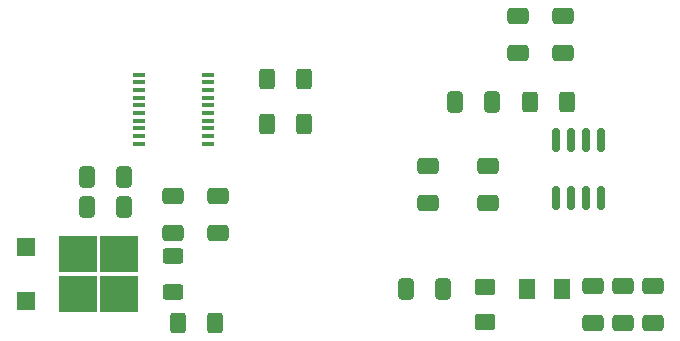
<source format=gtp>
G04 #@! TF.GenerationSoftware,KiCad,Pcbnew,(6.0.2)*
G04 #@! TF.CreationDate,2022-03-10T22:37:30+00:00*
G04 #@! TF.ProjectId,EncoderCMOS,456e636f-6465-4724-934d-4f532e6b6963,rev?*
G04 #@! TF.SameCoordinates,Original*
G04 #@! TF.FileFunction,Paste,Top*
G04 #@! TF.FilePolarity,Positive*
%FSLAX46Y46*%
G04 Gerber Fmt 4.6, Leading zero omitted, Abs format (unit mm)*
G04 Created by KiCad (PCBNEW (6.0.2)) date 2022-03-10 22:37:30*
%MOMM*%
%LPD*%
G01*
G04 APERTURE LIST*
G04 Aperture macros list*
%AMRoundRect*
0 Rectangle with rounded corners*
0 $1 Rounding radius*
0 $2 $3 $4 $5 $6 $7 $8 $9 X,Y pos of 4 corners*
0 Add a 4 corners polygon primitive as box body*
4,1,4,$2,$3,$4,$5,$6,$7,$8,$9,$2,$3,0*
0 Add four circle primitives for the rounded corners*
1,1,$1+$1,$2,$3*
1,1,$1+$1,$4,$5*
1,1,$1+$1,$6,$7*
1,1,$1+$1,$8,$9*
0 Add four rect primitives between the rounded corners*
20,1,$1+$1,$2,$3,$4,$5,0*
20,1,$1+$1,$4,$5,$6,$7,0*
20,1,$1+$1,$6,$7,$8,$9,0*
20,1,$1+$1,$8,$9,$2,$3,0*%
G04 Aperture macros list end*
%ADD10RoundRect,0.250000X0.650000X-0.412500X0.650000X0.412500X-0.650000X0.412500X-0.650000X-0.412500X0*%
%ADD11RoundRect,0.250000X0.412500X0.650000X-0.412500X0.650000X-0.412500X-0.650000X0.412500X-0.650000X0*%
%ADD12R,3.200000X3.100000*%
%ADD13R,1.600000X1.500000*%
%ADD14RoundRect,0.250000X-0.400000X-0.625000X0.400000X-0.625000X0.400000X0.625000X-0.400000X0.625000X0*%
%ADD15RoundRect,0.250000X-0.650000X0.412500X-0.650000X-0.412500X0.650000X-0.412500X0.650000X0.412500X0*%
%ADD16RoundRect,0.250000X0.400000X0.625000X-0.400000X0.625000X-0.400000X-0.625000X0.400000X-0.625000X0*%
%ADD17RoundRect,0.250001X-0.624999X0.462499X-0.624999X-0.462499X0.624999X-0.462499X0.624999X0.462499X0*%
%ADD18RoundRect,0.250000X0.625000X-0.400000X0.625000X0.400000X-0.625000X0.400000X-0.625000X-0.400000X0*%
%ADD19RoundRect,0.250001X-0.462499X-0.624999X0.462499X-0.624999X0.462499X0.624999X-0.462499X0.624999X0*%
%ADD20R,1.000000X0.400000*%
%ADD21RoundRect,0.250000X-0.412500X-0.650000X0.412500X-0.650000X0.412500X0.650000X-0.412500X0.650000X0*%
%ADD22RoundRect,0.150000X-0.150000X0.825000X-0.150000X-0.825000X0.150000X-0.825000X0.150000X0.825000X0*%
G04 APERTURE END LIST*
D10*
X36068000Y-36576000D03*
X36068000Y-33451000D03*
D11*
X63030500Y-25488500D03*
X59905500Y-25488500D03*
D12*
X31468000Y-41793500D03*
X31468000Y-38393500D03*
X27968000Y-38393500D03*
X27968000Y-41793500D03*
D13*
X23568000Y-37793500D03*
X23568000Y-42393500D03*
D14*
X44043000Y-23583500D03*
X47143000Y-23583500D03*
D15*
X57658000Y-30911000D03*
X57658000Y-34036000D03*
X65278000Y-18211000D03*
X65278000Y-21336000D03*
D16*
X39608000Y-44196000D03*
X36508000Y-44196000D03*
X69368000Y-25488500D03*
X66268000Y-25488500D03*
D17*
X62445500Y-41146000D03*
X62445500Y-44121000D03*
D15*
X69088000Y-18211000D03*
X69088000Y-21336000D03*
X74168000Y-41071000D03*
X74168000Y-44196000D03*
X62738000Y-30911000D03*
X62738000Y-34036000D03*
D16*
X47143000Y-27393500D03*
X44043000Y-27393500D03*
D18*
X36068000Y-41643500D03*
X36068000Y-38543500D03*
D10*
X71628000Y-44196000D03*
X71628000Y-41071000D03*
X39878000Y-36576000D03*
X39878000Y-33451000D03*
D19*
X66038000Y-41363500D03*
X69013000Y-41363500D03*
D11*
X31915500Y-31838500D03*
X28790500Y-31838500D03*
D20*
X33168000Y-23198500D03*
X33168000Y-23848500D03*
X33168000Y-24498500D03*
X33168000Y-25148500D03*
X33168000Y-25798500D03*
X33168000Y-26448500D03*
X33168000Y-27098500D03*
X33168000Y-27748500D03*
X33168000Y-28398500D03*
X33168000Y-29048500D03*
X38968000Y-29048500D03*
X38968000Y-28398500D03*
X38968000Y-27748500D03*
X38968000Y-27098500D03*
X38968000Y-26448500D03*
X38968000Y-25798500D03*
X38968000Y-25148500D03*
X38968000Y-24498500D03*
X38968000Y-23848500D03*
X38968000Y-23198500D03*
D21*
X55803000Y-41363500D03*
X58928000Y-41363500D03*
D11*
X31915500Y-34378500D03*
X28790500Y-34378500D03*
D22*
X72263000Y-28728500D03*
X70993000Y-28728500D03*
X69723000Y-28728500D03*
X68453000Y-28728500D03*
X68453000Y-33678500D03*
X69723000Y-33678500D03*
X70993000Y-33678500D03*
X72263000Y-33678500D03*
D15*
X76708000Y-41071000D03*
X76708000Y-44196000D03*
M02*

</source>
